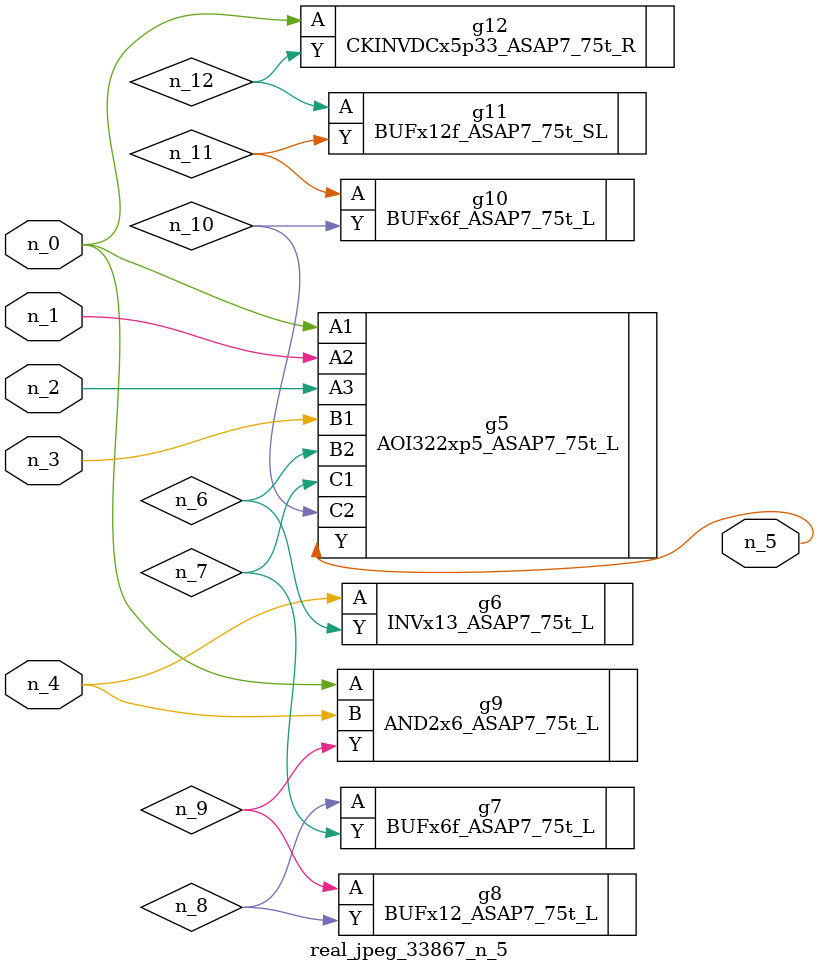
<source format=v>
module real_jpeg_33867_n_5 (n_4, n_0, n_1, n_2, n_3, n_5);

input n_4;
input n_0;
input n_1;
input n_2;
input n_3;

output n_5;

wire n_12;
wire n_8;
wire n_11;
wire n_6;
wire n_7;
wire n_10;
wire n_9;

AOI322xp5_ASAP7_75t_L g5 ( 
.A1(n_0),
.A2(n_1),
.A3(n_2),
.B1(n_3),
.B2(n_6),
.C1(n_7),
.C2(n_10),
.Y(n_5)
);

AND2x6_ASAP7_75t_L g9 ( 
.A(n_0),
.B(n_4),
.Y(n_9)
);

CKINVDCx5p33_ASAP7_75t_R g12 ( 
.A(n_0),
.Y(n_12)
);

INVx13_ASAP7_75t_L g6 ( 
.A(n_4),
.Y(n_6)
);

BUFx6f_ASAP7_75t_L g7 ( 
.A(n_8),
.Y(n_7)
);

BUFx12_ASAP7_75t_L g8 ( 
.A(n_9),
.Y(n_8)
);

BUFx6f_ASAP7_75t_L g10 ( 
.A(n_11),
.Y(n_10)
);

BUFx12f_ASAP7_75t_SL g11 ( 
.A(n_12),
.Y(n_11)
);


endmodule
</source>
